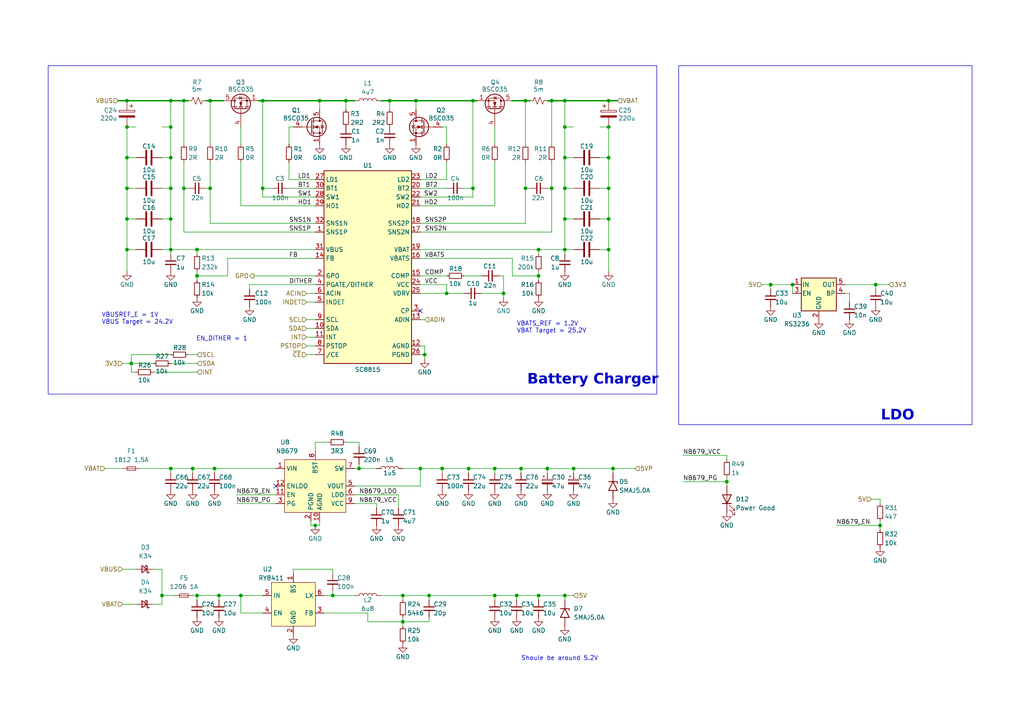
<source format=kicad_sch>
(kicad_sch (version 20231120) (generator "eeschema") (generator_version "8.0")
  (paper "A4")
  (junction (at 156.21 80.01))
  (junction (at 36.83 45.72))
  (junction (at 176.53 36.83))
  (junction (at 137.16 29.21))
  (junction (at 113.03 29.21))
  (junction (at 152.4 54.61))
  (junction (at 92.71 29.21))
  (junction (at 76.2 29.21))
  (junction (at 176.53 29.21))
  (junction (at 62.23 135.89))
  (junction (at 146.05 85.09))
  (junction (at 49.53 29.21))
  (junction (at 49.53 45.72))
  (junction (at 46.99 172.72))
  (junction (at 160.02 54.61))
  (junction (at 121.92 135.89))
  (junction (at 163.83 45.72))
  (junction (at 36.83 29.21))
  (junction (at 49.53 135.89))
  (junction (at 176.53 72.39))
  (junction (at 152.4 29.21))
  (junction (at 36.83 36.83))
  (junction (at 177.8 135.89))
  (junction (at 69.85 172.72))
  (junction (at 49.53 63.5))
  (junction (at 57.15 172.72))
  (junction (at 129.54 85.09))
  (junction (at 57.15 80.01))
  (junction (at 53.34 54.61))
  (junction (at 55.88 135.89))
  (junction (at 128.27 135.89))
  (junction (at 124.46 172.72))
  (junction (at 163.83 54.61))
  (junction (at 143.51 172.72))
  (junction (at 156.21 172.72))
  (junction (at 135.89 135.89))
  (junction (at 149.86 172.72))
  (junction (at 254 82.55))
  (junction (at 63.5 172.72))
  (junction (at 163.83 172.72))
  (junction (at 176.53 63.5))
  (junction (at 163.83 36.83))
  (junction (at 137.16 54.61))
  (junction (at 120.65 29.21))
  (junction (at 91.44 152.4))
  (junction (at 229.87 82.55))
  (junction (at 36.83 63.5))
  (junction (at 38.1 105.41))
  (junction (at 60.96 54.61))
  (junction (at 151.13 135.89))
  (junction (at 116.84 180.34))
  (junction (at 104.14 135.89))
  (junction (at 36.83 54.61))
  (junction (at 57.15 72.39))
  (junction (at 49.53 36.83))
  (junction (at 176.53 45.72))
  (junction (at 210.82 139.7))
  (junction (at 176.53 54.61))
  (junction (at 158.75 135.89))
  (junction (at 60.96 29.21))
  (junction (at 163.83 63.5))
  (junction (at 166.37 135.89))
  (junction (at 163.83 29.21))
  (junction (at 96.52 172.72))
  (junction (at 160.02 29.21))
  (junction (at 100.33 29.21))
  (junction (at 143.51 135.89))
  (junction (at 49.53 72.39))
  (junction (at 255.27 152.4))
  (junction (at 53.34 29.21))
  (junction (at 156.21 72.39))
  (junction (at 163.83 72.39))
  (junction (at 123.19 102.87))
  (junction (at 116.84 172.72))
  (junction (at 36.83 72.39))
  (junction (at 76.2 54.61))
  (junction (at 49.53 54.61))
  (junction (at 223.52 82.55))
  (no_connect (at 80.01 140.97))
  (no_connect (at 121.92 90.17))
  (wire (pts (xy 83.82 54.61) (xy 91.44 54.61)))
  (wire (pts (xy 139.7 80.01) (xy 134.62 80.01)))
  (wire (pts (xy 36.83 36.83) (xy 39.37 36.83)))
  (wire (pts (xy 88.9 100.33) (xy 91.44 100.33)))
  (wire (pts (xy 121.92 54.61) (xy 129.54 54.61)))
  (wire (pts (xy 59.69 29.21) (xy 60.96 29.21)) (stroke (width 0.4)))
  (wire (pts (xy 143.51 172.72) (xy 149.86 172.72)))
  (wire (pts (xy 116.84 180.34) (xy 124.46 180.34)))
  (wire (pts (xy 76.2 54.61) (xy 76.2 29.21)))
  (wire (pts (xy 148.59 80.01) (xy 148.59 74.93)))
  (wire (pts (xy 49.53 36.83) (xy 49.53 29.21)))
  (wire (pts (xy 62.23 135.89) (xy 80.01 135.89)))
  (wire (pts (xy 163.83 29.21) (xy 176.53 29.21)) (stroke (width 0.4)))
  (wire (pts (xy 59.69 54.61) (xy 60.96 54.61)))
  (wire (pts (xy 152.4 64.77) (xy 121.92 64.77)))
  (wire (pts (xy 176.53 72.39) (xy 176.53 63.5)))
  (wire (pts (xy 69.85 59.69) (xy 91.44 59.69)))
  (wire (pts (xy 73.66 80.01) (xy 91.44 80.01)))
  (wire (pts (xy 36.83 72.39) (xy 36.83 63.5)))
  (wire (pts (xy 83.82 36.83) (xy 85.09 36.83)))
  (wire (pts (xy 121.92 80.01) (xy 129.54 80.01)))
  (wire (pts (xy 121.92 92.71) (xy 123.19 92.71)))
  (wire (pts (xy 57.15 80.01) (xy 57.15 81.28)))
  (wire (pts (xy 137.16 29.21) (xy 138.43 29.21)) (stroke (width 0.4)))
  (wire (pts (xy 100.33 29.21) (xy 102.87 29.21)) (stroke (width 0.4)))
  (wire (pts (xy 113.03 29.21) (xy 120.65 29.21)) (stroke (width 0.4)))
  (wire (pts (xy 100.33 128.27) (xy 104.14 128.27)))
  (wire (pts (xy 158.75 135.89) (xy 166.37 135.89)))
  (wire (pts (xy 116.84 180.34) (xy 116.84 179.07)))
  (wire (pts (xy 76.2 57.15) (xy 76.2 54.61)))
  (wire (pts (xy 152.4 54.61) (xy 152.4 64.77)))
  (wire (pts (xy 116.84 135.89) (xy 121.92 135.89)))
  (wire (pts (xy 57.15 72.39) (xy 49.53 72.39)))
  (wire (pts (xy 46.99 45.72) (xy 49.53 45.72)))
  (wire (pts (xy 210.82 139.7) (xy 210.82 140.97)))
  (wire (pts (xy 76.2 29.21) (xy 92.71 29.21)) (stroke (width 0.4)))
  (wire (pts (xy 121.92 72.39) (xy 156.21 72.39)))
  (wire (pts (xy 176.53 45.72) (xy 173.99 45.72)))
  (wire (pts (xy 93.98 172.72) (xy 96.52 172.72)))
  (wire (pts (xy 109.22 146.05) (xy 109.22 147.32)))
  (wire (pts (xy 176.53 54.61) (xy 176.53 45.72)))
  (wire (pts (xy 229.87 82.55) (xy 229.87 85.09)))
  (wire (pts (xy 146.05 85.09) (xy 146.05 80.01)))
  (wire (pts (xy 120.65 29.21) (xy 137.16 29.21)) (stroke (width 0.4)))
  (wire (pts (xy 91.44 74.93) (xy 66.04 74.93)))
  (wire (pts (xy 163.83 45.72) (xy 163.83 36.83)))
  (wire (pts (xy 134.62 54.61) (xy 137.16 54.61)))
  (wire (pts (xy 60.96 54.61) (xy 60.96 64.77)))
  (wire (pts (xy 96.52 172.72) (xy 102.87 172.72)))
  (wire (pts (xy 149.86 172.72) (xy 149.86 173.99)))
  (wire (pts (xy 36.83 54.61) (xy 39.37 54.61)))
  (wire (pts (xy 54.61 29.21) (xy 53.34 29.21)) (stroke (width 0.4)))
  (wire (pts (xy 177.8 135.89) (xy 177.8 137.16)))
  (wire (pts (xy 83.82 52.07) (xy 91.44 52.07)))
  (wire (pts (xy 152.4 29.21) (xy 152.4 41.91)))
  (wire (pts (xy 49.53 135.89) (xy 55.88 135.89)))
  (wire (pts (xy 163.83 173.99) (xy 163.83 172.72)))
  (wire (pts (xy 156.21 80.01) (xy 148.59 80.01)))
  (wire (pts (xy 57.15 80.01) (xy 66.04 80.01)))
  (wire (pts (xy 166.37 45.72) (xy 163.83 45.72)))
  (wire (pts (xy 44.45 107.95) (xy 57.15 107.95)))
  (wire (pts (xy 245.11 82.55) (xy 254 82.55)))
  (wire (pts (xy 68.58 146.05) (xy 80.01 146.05)))
  (wire (pts (xy 146.05 86.36) (xy 146.05 85.09)))
  (wire (pts (xy 160.02 67.31) (xy 160.02 54.61)))
  (wire (pts (xy 148.59 74.93) (xy 121.92 74.93)))
  (wire (pts (xy 160.02 54.61) (xy 160.02 46.99)))
  (wire (pts (xy 53.34 54.61) (xy 54.61 54.61)))
  (wire (pts (xy 121.92 59.69) (xy 143.51 59.69)))
  (wire (pts (xy 49.53 45.72) (xy 49.53 54.61)))
  (wire (pts (xy 198.12 132.08) (xy 210.82 132.08)))
  (wire (pts (xy 255.27 152.4) (xy 255.27 153.67)))
  (wire (pts (xy 83.82 41.91) (xy 83.82 36.83)))
  (wire (pts (xy 129.54 85.09) (xy 134.62 85.09)))
  (wire (pts (xy 223.52 82.55) (xy 229.87 82.55)))
  (wire (pts (xy 69.85 172.72) (xy 69.85 177.8)))
  (wire (pts (xy 60.96 46.99) (xy 60.96 54.61)))
  (wire (pts (xy 143.51 172.72) (xy 143.51 173.99)))
  (wire (pts (xy 54.61 102.87) (xy 57.15 102.87)))
  (wire (pts (xy 60.96 29.21) (xy 60.96 41.91)))
  (wire (pts (xy 49.53 63.5) (xy 49.53 72.39)))
  (wire (pts (xy 53.34 67.31) (xy 53.34 54.61)))
  (wire (pts (xy 143.51 135.89) (xy 151.13 135.89)))
  (wire (pts (xy 85.09 165.1) (xy 96.52 165.1)))
  (wire (pts (xy 91.44 128.27) (xy 91.44 130.81)))
  (wire (pts (xy 139.7 85.09) (xy 146.05 85.09)))
  (wire (pts (xy 36.83 63.5) (xy 39.37 63.5)))
  (wire (pts (xy 55.88 172.72) (xy 57.15 172.72)))
  (wire (pts (xy 76.2 172.72) (xy 69.85 172.72)))
  (wire (pts (xy 88.9 92.71) (xy 91.44 92.71)))
  (wire (pts (xy 166.37 54.61) (xy 163.83 54.61)))
  (wire (pts (xy 245.11 85.09) (xy 246.38 85.09)))
  (wire (pts (xy 176.53 72.39) (xy 173.99 72.39)))
  (wire (pts (xy 92.71 152.4) (xy 92.71 151.13)))
  (wire (pts (xy 176.53 78.74) (xy 176.53 72.39)))
  (wire (pts (xy 255.27 146.05) (xy 255.27 144.78)))
  (wire (pts (xy 255.27 152.4) (xy 255.27 151.13)))
  (wire (pts (xy 149.86 172.72) (xy 156.21 172.72)))
  (wire (pts (xy 92.71 29.21) (xy 100.33 29.21)) (stroke (width 0.4)))
  (wire (pts (xy 121.92 85.09) (xy 129.54 85.09)))
  (wire (pts (xy 38.1 107.95) (xy 38.1 105.41)))
  (wire (pts (xy 121.92 135.89) (xy 121.92 140.97)))
  (wire (pts (xy 35.56 165.1) (xy 39.37 165.1)))
  (wire (pts (xy 95.25 128.27) (xy 91.44 128.27)))
  (wire (pts (xy 124.46 172.72) (xy 143.51 172.72)))
  (wire (pts (xy 143.51 59.69) (xy 143.51 46.99)))
  (wire (pts (xy 163.83 63.5) (xy 163.83 54.61)))
  (wire (pts (xy 123.19 100.33) (xy 123.19 102.87)))
  (wire (pts (xy 57.15 172.72) (xy 57.15 173.99)))
  (wire (pts (xy 49.53 72.39) (xy 49.53 73.66)))
  (wire (pts (xy 156.21 78.74) (xy 156.21 80.01)))
  (wire (pts (xy 104.14 128.27) (xy 104.14 129.54)))
  (wire (pts (xy 152.4 29.21) (xy 153.67 29.21)) (stroke (width 0.4)))
  (wire (pts (xy 143.51 36.83) (xy 143.51 41.91)))
  (wire (pts (xy 53.34 54.61) (xy 53.34 46.99)))
  (wire (pts (xy 30.48 135.89) (xy 35.56 135.89)))
  (wire (pts (xy 137.16 54.61) (xy 137.16 57.15)))
  (wire (pts (xy 166.37 63.5) (xy 163.83 63.5)))
  (wire (pts (xy 151.13 135.89) (xy 158.75 135.89)))
  (wire (pts (xy 44.45 165.1) (xy 46.99 165.1)))
  (wire (pts (xy 160.02 54.61) (xy 158.75 54.61)))
  (wire (pts (xy 176.53 63.5) (xy 176.53 54.61)))
  (wire (pts (xy 35.56 105.41) (xy 38.1 105.41)))
  (wire (pts (xy 137.16 29.21) (xy 137.16 54.61)))
  (wire (pts (xy 90.17 152.4) (xy 90.17 151.13)))
  (wire (pts (xy 116.84 172.72) (xy 116.84 173.99)))
  (wire (pts (xy 156.21 80.01) (xy 156.21 81.28)))
  (wire (pts (xy 36.83 45.72) (xy 39.37 45.72)))
  (wire (pts (xy 156.21 72.39) (xy 156.21 73.66)))
  (wire (pts (xy 102.87 146.05) (xy 109.22 146.05)))
  (wire (pts (xy 152.4 46.99) (xy 152.4 54.61)))
  (wire (pts (xy 116.84 172.72) (xy 124.46 172.72)))
  (wire (pts (xy 44.45 175.26) (xy 46.99 175.26)))
  (wire (pts (xy 163.83 54.61) (xy 163.83 45.72)))
  (wire (pts (xy 104.14 135.89) (xy 104.14 134.62)))
  (wire (pts (xy 36.83 63.5) (xy 36.83 54.61)))
  (wire (pts (xy 57.15 72.39) (xy 57.15 73.66)))
  (wire (pts (xy 96.52 172.72) (xy 96.52 171.45)))
  (wire (pts (xy 163.83 72.39) (xy 163.83 73.66)))
  (wire (pts (xy 176.53 36.83) (xy 173.99 36.83)))
  (wire (pts (xy 60.96 29.21) (xy 64.77 29.21)) (stroke (width 0.4)))
  (wire (pts (xy 69.85 46.99) (xy 69.85 59.69)))
  (wire (pts (xy 36.83 54.61) (xy 36.83 45.72)))
  (wire (pts (xy 116.84 181.61) (xy 116.84 180.34)))
  (wire (pts (xy 55.88 135.89) (xy 62.23 135.89)))
  (wire (pts (xy 242.57 152.4) (xy 255.27 152.4)))
  (wire (pts (xy 60.96 64.77) (xy 91.44 64.77)))
  (wire (pts (xy 85.09 166.37) (xy 85.09 165.1)))
  (wire (pts (xy 124.46 172.72) (xy 124.46 173.99)))
  (wire (pts (xy 102.87 135.89) (xy 104.14 135.89)))
  (wire (pts (xy 121.92 100.33) (xy 123.19 100.33)))
  (wire (pts (xy 210.82 132.08) (xy 210.82 133.35)))
  (wire (pts (xy 38.1 105.41) (xy 38.1 102.87)))
  (wire (pts (xy 88.9 95.25) (xy 91.44 95.25)))
  (wire (pts (xy 163.83 29.21) (xy 160.02 29.21)) (stroke (width 0.4)))
  (wire (pts (xy 69.85 36.83) (xy 69.85 41.91)))
  (wire (pts (xy 92.71 29.21) (xy 92.71 31.75)))
  (wire (pts (xy 166.37 36.83) (xy 163.83 36.83)))
  (wire (pts (xy 100.33 29.21) (xy 100.33 31.75)))
  (wire (pts (xy 91.44 72.39) (xy 57.15 72.39)))
  (wire (pts (xy 83.82 46.99) (xy 83.82 52.07)))
  (wire (pts (xy 254 82.55) (xy 257.81 82.55)))
  (wire (pts (xy 123.19 102.87) (xy 123.19 104.14)))
  (wire (pts (xy 88.9 102.87) (xy 91.44 102.87)))
  (wire (pts (xy 46.99 165.1) (xy 46.99 172.72)))
  (wire (pts (xy 35.56 175.26) (xy 39.37 175.26)))
  (wire (pts (xy 36.83 72.39) (xy 39.37 72.39)))
  (wire (pts (xy 34.29 29.21) (xy 36.83 29.21)) (stroke (width 0.4)))
  (wire (pts (xy 254 82.55) (xy 254 83.82)))
  (wire (pts (xy 146.05 80.01) (xy 144.78 80.01)))
  (wire (pts (xy 93.98 177.8) (xy 106.68 177.8)))
  (wire (pts (xy 91.44 152.4) (xy 90.17 152.4)))
  (wire (pts (xy 156.21 172.72) (xy 163.83 172.72)))
  (wire (pts (xy 176.53 29.21) (xy 179.07 29.21)) (stroke (width 0.4)))
  (wire (pts (xy 156.21 72.39) (xy 163.83 72.39)))
  (wire (pts (xy 91.44 67.31) (xy 53.34 67.31)))
  (wire (pts (xy 163.83 172.72) (xy 166.37 172.72)))
  (wire (pts (xy 55.88 135.89) (xy 55.88 137.16)))
  (wire (pts (xy 121.92 135.89) (xy 128.27 135.89)))
  (wire (pts (xy 110.49 29.21) (xy 113.03 29.21)) (stroke (width 0.4)))
  (wire (pts (xy 166.37 135.89) (xy 166.37 137.16)))
  (wire (pts (xy 102.87 140.97) (xy 121.92 140.97)))
  (wire (pts (xy 124.46 180.34) (xy 124.46 179.07)))
  (wire (pts (xy 220.98 82.55) (xy 223.52 82.55)))
  (wire (pts (xy 163.83 72.39) (xy 163.83 63.5)))
  (wire (pts (xy 49.53 135.89) (xy 49.53 137.16)))
  (wire (pts (xy 113.03 29.21) (xy 113.03 31.75)))
  (wire (pts (xy 53.34 29.21) (xy 53.34 41.91)))
  (wire (pts (xy 223.52 83.82) (xy 223.52 82.55)))
  (wire (pts (xy 49.53 29.21) (xy 53.34 29.21)) (stroke (width 0.4)))
  (wire (pts (xy 66.04 74.93) (xy 66.04 80.01)))
  (wire (pts (xy 135.89 135.89) (xy 135.89 137.16)))
  (wire (pts (xy 46.99 172.72) (xy 50.8 172.72)))
  (wire (pts (xy 68.58 143.51) (xy 80.01 143.51)))
  (wire (pts (xy 121.92 67.31) (xy 160.02 67.31)))
  (wire (pts (xy 72.39 83.82) (xy 72.39 82.55)))
  (wire (pts (xy 38.1 102.87) (xy 49.53 102.87)))
  (wire (pts (xy 36.83 45.72) (xy 36.83 36.83)))
  (wire (pts (xy 39.37 107.95) (xy 38.1 107.95)))
  (wire (pts (xy 91.44 57.15) (xy 76.2 57.15)))
  (wire (pts (xy 121.92 57.15) (xy 137.16 57.15)))
  (wire (pts (xy 129.54 52.07) (xy 121.92 52.07)))
  (wire (pts (xy 36.83 78.74) (xy 36.83 72.39)))
  (wire (pts (xy 160.02 29.21) (xy 160.02 41.91)))
  (wire (pts (xy 177.8 135.89) (xy 184.15 135.89)))
  (wire (pts (xy 198.12 139.7) (xy 210.82 139.7)))
  (wire (pts (xy 104.14 135.89) (xy 109.22 135.89)))
  (wire (pts (xy 96.52 165.1) (xy 96.52 166.37)))
  (wire (pts (xy 63.5 172.72) (xy 69.85 172.72)))
  (wire (pts (xy 255.27 144.78) (xy 252.73 144.78)))
  (wire (pts (xy 46.99 63.5) (xy 49.53 63.5)))
  (wire (pts (xy 176.53 63.5) (xy 173.99 63.5)))
  (wire (pts (xy 128.27 135.89) (xy 135.89 135.89)))
  (wire (pts (xy 163.83 36.83) (xy 163.83 29.21)))
  (wire (pts (xy 129.54 46.99) (xy 129.54 52.07)))
  (wire (pts (xy 46.99 175.26) (xy 46.99 172.72)))
  (wire (pts (xy 148.59 29.21) (xy 152.4 29.21)) (stroke (width 0.4)))
  (wire (pts (xy 156.21 172.72) (xy 156.21 173.99)))
  (wire (pts (xy 143.51 135.89) (xy 143.51 137.16)))
  (wire (pts (xy 38.1 105.41) (xy 44.45 105.41)))
  (wire (pts (xy 158.75 29.21) (xy 160.02 29.21)) (stroke (width 0.4)))
  (wire (pts (xy 158.75 135.89) (xy 158.75 137.16)))
  (wire (pts (xy 36.83 29.21) (xy 49.53 29.21)) (stroke (width 0.4)))
  (wire (pts (xy 246.38 85.09) (xy 246.38 87.63)))
  (wire (pts (xy 121.92 82.55) (xy 129.54 82.55)))
  (wire (pts (xy 49.53 54.61) (xy 49.53 63.5)))
  (wire (pts (xy 49.53 36.83) (xy 49.53 45.72)))
  (wire (pts (xy 129.54 85.09) (xy 129.54 82.55)))
  (wire (pts (xy 102.87 143.51) (xy 115.57 143.51)))
  (wire (pts (xy 153.67 54.61) (xy 152.4 54.61)))
  (wire (pts (xy 57.15 78.74) (xy 57.15 80.01)))
  (wire (pts (xy 40.64 135.89) (xy 49.53 135.89)))
  (wire (pts (xy 176.53 54.61) (xy 173.99 54.61)))
  (wire (pts (xy 46.99 72.39) (xy 49.53 72.39)))
  (wire (pts (xy 46.99 36.83) (xy 49.53 36.83)))
  (wire (pts (xy 166.37 135.89) (xy 177.8 135.89)))
  (wire (pts (xy 49.53 105.41) (xy 57.15 105.41)))
  (wire (pts (xy 76.2 54.61) (xy 78.74 54.61)))
  (wire (pts (xy 115.57 147.32) (xy 115.57 143.51)))
  (wire (pts (xy 72.39 82.55) (xy 91.44 82.55)))
  (wire (pts (xy 106.68 177.8) (xy 106.68 180.34)))
  (wire (pts (xy 91.44 152.4) (xy 92.71 152.4)))
  (wire (pts (xy 106.68 180.34) (xy 116.84 180.34)))
  (wire (pts (xy 128.27 135.89) (xy 128.27 137.16)))
  (wire (pts (xy 151.13 135.89) (xy 151.13 137.16)))
  (wire (pts (xy 129.54 41.91) (xy 129.54 36.83)))
  (wire (pts (xy 46.99 54.61) (xy 49.53 54.61)))
  (wire (pts (xy 57.15 172.72) (xy 63.5 172.72)))
  (wire (pts (xy 74.93 29.21) (xy 76.2 29.21)) (stroke (width 0.4)))
  (wire (pts (xy 176.53 45.72) (xy 176.53 36.83)))
  (wire (pts (xy 88.9 97.79) (xy 91.44 97.79)))
  (wire (pts (xy 166.37 72.39) (xy 163.83 72.39)))
  (wire (pts (xy 135.89 135.89) (xy 143.51 135.89)))
  (wire (pts (xy 123.19 102.87) (xy 121.92 102.87)))
  (wire (pts (xy 63.5 172.72) (xy 63.5 173.99)))
  (wire (pts (xy 62.23 135.89) (xy 62.23 137.16)))
  (wire (pts (xy 110.49 172.72) (xy 116.84 172.72)))
  (wire (pts (xy 120.65 29.21) (xy 120.65 31.75)))
  (wire (pts (xy 129.54 36.83) (xy 128.27 36.83)))
  (wire (pts (xy 88.9 85.09) (xy 91.44 85.09)))
  (wire (pts (xy 210.82 139.7) (xy 210.82 138.43)))
  (wire (pts (xy 69.85 177.8) (xy 76.2 177.8)))
  (wire (pts (xy 88.9 87.63) (xy 91.44 87.63)))
  (rectangle (start 196.85 19.05) (end 281.94 123.19))
  (rectangle (start 13.97 19.05) (end 190.5 114.3))
  (text "LDO" (at 260.35 121.412 0) (effects (font (size 3 3) (thickness 0.6) (bold yes))))
  (text "VBATS_REF = 1.2V\nVBAT Target = 25.2V" (at 149.86 96.774 0) (effects (font (size 1.27 1.27)) (justify left bottom)))
  (text "EN_DITHER = 1" (at 56.896 99.06 0) (effects (font (size 1.27 1.27)) (justify left bottom)))
  (text "VBUSREF_E = 1V\nVBUS Target = 24.2V" (at 29.464 94.234 0) (effects (font (size 1.27 1.27)) (justify left bottom)))
  (text "Battery Charger" (at 171.958 110.998 0) (effects (font (size 3 3) (thickness 0.6) (bold yes))))
  (text "Shoule be around 5.2V" (at 151.13 191.77 0) (effects (font (size 1.27 1.27)) (justify left bottom)))
  (label "COMP" (at 123.19 80.01 0))
  (label "HD2" (at 127 59.69 180))
  (label "LD1" (at 86.36 52.07 0))
  (label "SW2" (at 127 57.15 180))
  (label "SNS1P" (at 83.82 67.31 0))
  (label "NB679_PG" (at 68.58 146.05 0))
  (label "SNS2P" (at 123.19 64.77 0))
  (label "BT2" (at 127 54.61 180))
  (label "NB679_EN" (at 68.58 143.51 0))
  (label "SNS2N" (at 123.19 67.31 0))
  (label "FB" (at 83.82 74.93 0))
  (label "LD2" (at 127 52.07 180))
  (label "NB679_PG" (at 198.12 139.7 0))
  (label "NB679_VCC" (at 104.14 146.05 0))
  (label "SNS1N" (at 83.82 64.77 0))
  (label "HD1" (at 86.36 59.69 0))
  (label "NB679_EN" (at 242.57 152.4 0))
  (label "SW1" (at 86.36 57.15 0))
  (label "BT1" (at 86.36 54.61 0))
  (label "VCC" (at 123.19 82.55 0))
  (label "VBATS" (at 123.19 74.93 0))
  (label "NB679_LDO" (at 104.14 143.51 0))
  (label "NB679_VCC" (at 198.12 132.08 0))
  (label "DITHER" (at 83.82 82.55 0))
  (hierarchical_label "VBUS" (shape input) (at 34.29 29.21 180))
  (hierarchical_label "3V3" (shape input) (at 257.81 82.55 0))
  (hierarchical_label "ACIN" (shape input) (at 88.9 85.09 180))
  (hierarchical_label "3V3" (shape input) (at 35.56 105.41 180))
  (hierarchical_label "SCL" (shape input) (at 88.9 92.71 180))
  (hierarchical_label "SCL" (shape input) (at 57.15 102.87 0))
  (hierarchical_label "PSTOP" (shape input) (at 88.9 100.33 180))
  (hierarchical_label "5VP" (shape input) (at 184.15 135.89 0))
  (hierarchical_label "INT" (shape input) (at 57.15 107.95 0))
  (hierarchical_label "SDA" (shape input) (at 57.15 105.41 0))
  (hierarchical_label "5V" (shape input) (at 252.73 144.78 180))
  (hierarchical_label "INT" (shape input) (at 88.9 97.79 180))
  (hierarchical_label "VBAT" (shape input) (at 35.56 175.26 180))
  (hierarchical_label "~{CE}" (shape input) (at 88.9 102.87 180))
  (hierarchical_label "VBUS" (shape input) (at 35.56 165.1 180))
  (hierarchical_label "5V" (shape input) (at 220.98 82.55 180))
  (hierarchical_label "VBAT" (shape input) (at 30.48 135.89 180))
  (hierarchical_label "VBAT" (shape input) (at 179.07 29.21 0))
  (hierarchical_label "ADIN" (shape input) (at 123.19 92.71 0))
  (hierarchical_label "5V" (shape input) (at 166.37 172.72 0))
  (hierarchical_label "INDET" (shape input) (at 88.9 87.63 180))
  (hierarchical_label "SDA" (shape input) (at 88.9 95.25 180))
  (hierarchical_label "GPO" (shape output) (at 73.66 80.01 180))
  (symbol (lib_id "Device:C_Small") (at 57.15 176.53 0) (unit 1)
    (property "Reference" "C26" (at 58.42 175.26 0) (effects (justify left)))
    (property "Value" "10u" (at 58.42 177.8 0) (effects (justify left)))
    (property "Footprint" "Capacitor_SMD:C_1206_3216Metric" (effects (hide yes)))
  )
  (symbol (lib_id "power:GND") (at 36.83 78.74 0) (unit 1)
    (property "Reference" "#PWR013" (effects (hide yes)))
    (property "Value" "GND" (at 36.83 82.55 0))
    (property "Description" "Power symbol creates a global label with name \"GND\" , ground" (effects (hide yes)))
  )
  (symbol (lib_id "Device:C_Small") (at 156.21 176.53 0) (unit 1)
    (property "Reference" "C35" (at 157.48 175.26 0) (effects (justify left)))
    (property "Value" "10u" (at 157.48 177.8 0) (effects (justify left)))
    (property "Footprint" "Capacitor_SMD:C_1206_3216Metric" (effects (hide yes)))
  )
  (symbol (lib_id "Device:C_Small") (at 142.24 80.01 90) (unit 1)
    (property "Reference" "C11" (at 144.018 77.216 90) (effects (justify left)))
    (property "Value" "22n" (at 144.018 82.804 90) (effects (justify left)))
    (property "Footprint" "Capacitor_SMD:C_0603_1608Metric" (effects (hide yes)))
    (property "Description" "Unpolarized capacitor, small symbol" (effects (hide yes)))
  )
  (symbol (lib_id "power:GND") (at 176.53 78.74 0) (mirror y) (unit 1)
    (property "Reference" "#PWR014" (effects (hide yes)))
    (property "Value" "GND" (at 176.53 82.55 0))
    (property "Description" "Power symbol creates a global label with name \"GND\" , ground" (effects (hide yes)))
  )
  (symbol (lib_id "power:GND") (at 100.33 41.91 0) (unit 1)
    (property "Reference" "#PWR03" (effects (hide yes)))
    (property "Value" "GND" (at 100.33 45.72 0))
    (property "Description" "Power symbol creates a global label with name \"GND\" , ground" (effects (hide yes)))
  )
  (symbol (lib_id "power:GND") (at 156.21 86.36 0) (mirror y) (unit 1)
    (property "Reference" "#PWR010" (effects (hide yes)))
    (property "Value" "GND" (at 156.21 90.17 0))
    (property "Description" "Power symbol creates a global label with name \"GND\" , ground" (effects (hide yes)))
  )
  (symbol (lib_id "Device:C_Small") (at 109.22 149.86 0) (unit 1)
    (property "Reference" "C70" (at 110.49 148.59 0) (effects (justify left)))
    (property "Value" "1u" (at 110.49 151.13 0) (effects (justify left)))
    (property "Footprint" "Capacitor_SMD:C_0603_1608Metric" (effects (hide yes)))
  )
  (symbol (lib_id "Transistor_FET:BSC070N10NS5") (at 69.85 31.75 90) (unit 1)
    (property "Reference" "Q3" (at 71.12 23.876 90) (effects (justify left)))
    (property "Value" "BSC035" (at 73.66 25.908 90) (effects (justify left)))
    (property "Footprint" "Package_TO_SOT_SMD:TDSON-8-1" (effects (hide yes)))
    (property "Datasheet" "http://www.infineon.com/dgdl/Infineon-BSC070N10NS5-DS-v02_01-EN.pdf?fileId=5546d4624a0bf290014a0fc62d9d6b3c" (effects (hide yes)))
    (property "Description" "80A Id, 100V Vds, OptiMOS N-Channel Power MOSFET, 7.0mOhm Ron, Qg (typ) 30.0nC, PG-TDSON-8" (effects (hide yes)))
  )
  (symbol (lib_id "power:GND") (at 158.75 142.24 0) (unit 1)
    (property "Reference" "#PWR021" (effects (hide yes)))
    (property "Value" "GND" (at 158.75 146.05 0))
  )
  (symbol (lib_id "Device:R_Small") (at 100.33 34.29 0) (unit 1)
    (property "Reference" "R3" (at 101.6 33.02 0) (effects (justify left)))
    (property "Value" "2R2" (at 101.6 35.56 0) (effects (justify left)))
    (property "Footprint" "Resistor_SMD:R_0603_1608Metric" (effects (hide yes)))
    (property "Description" "Resistor, small symbol" (effects (hide yes)))
  )
  (symbol (lib_id "Device:C_Small") (at 72.39 86.36 0) (unit 1)
    (property "Reference" "C12" (at 73.914 85.09 0) (effects (justify left)))
    (property "Value" "100n" (at 73.914 87.63 0) (effects (justify left)))
    (property "Footprint" "Capacitor_SMD:C_0603_1608Metric" (effects (hide yes)))
    (property "Description" "Unpolarized capacitor, small symbol" (effects (hide yes)))
  )
  (symbol (lib_id "Device:R_Small") (at 69.85 44.45 0) (unit 1)
    (property "Reference" "R5" (at 71.12 43.18 0) (effects (justify left)))
    (property "Value" "0R" (at 71.12 45.72 0) (effects (justify left)))
    (property "Footprint" "Resistor_SMD:R_0603_1608Metric" (effects (hide yes)))
    (property "Description" "Resistor, small symbol" (effects (hide yes)))
  )
  (symbol (lib_id "Transistor_FET:BSC070N10NS5") (at 143.51 31.75 270) (mirror x) (unit 1)
    (property "Reference" "Q4" (at 142.24 23.876 90) (effects (justify left)))
    (property "Value" "BSC035" (at 139.7 25.908 90) (effects (justify left)))
    (property "Footprint" "Package_TO_SOT_SMD:TDSON-8-1" (effects (hide yes)))
    (property "Datasheet" "http://www.infineon.com/dgdl/Infineon-BSC070N10NS5-DS-v02_01-EN.pdf?fileId=5546d4624a0bf290014a0fc62d9d6b3c" (effects (hide yes)))
    (property "Description" "80A Id, 100V Vds, OptiMOS N-Channel Power MOSFET, 7.0mOhm Ron, Qg (typ) 30.0nC, PG-TDSON-8" (effects (hide yes)))
  )
  (symbol (lib_id "Device:R_Small") (at 160.02 44.45 0) (mirror y) (unit 1)
    (property "Reference" "R11" (at 158.75 43.18 0) (effects (justify left)))
    (property "Value" "2R" (at 158.75 45.72 0) (effects (justify left)))
    (property "Footprint" "Resistor_SMD:R_0603_1608Metric" (effects (hide yes)))
    (property "Description" "Resistor, small symbol" (effects (hide yes)))
  )
  (symbol (lib_id "power:GND") (at 149.86 179.07 0) (unit 1)
    (property "Reference" "#PWR024" (effects (hide yes)))
    (property "Value" "GND" (at 149.86 182.88 0))
  )
  (symbol (lib_id "Device:C_Small") (at 156.21 54.61 270) (mirror x) (unit 1)
    (property "Reference" "C6" (at 154.94 51.816 90) (effects (justify left)))
    (property "Value" "22n" (at 154.178 57.404 90) (effects (justify left)))
    (property "Footprint" "Capacitor_SMD:C_0603_1608Metric" (effects (hide yes)))
    (property "Description" "Unpolarized capacitor, small symbol" (effects (hide yes)))
  )
  (symbol (lib_id "power:GND") (at 156.21 179.07 0) (unit 1)
    (property "Reference" "#PWR025" (effects (hide yes)))
    (property "Value" "GND" (at 156.21 182.88 0))
  )
  (symbol (lib_id "power:GND") (at 116.84 186.69 0) (unit 1)
    (property "Reference" "#PWR020" (effects (hide yes)))
    (property "Value" "GND" (at 116.84 190.5 0))
  )
  (symbol (lib_id "Device:R_Small") (at 116.84 176.53 0) (unit 1)
    (property "Reference" "R24" (at 118.11 175.26 0) (effects (justify left)))
    (property "Value" "54k6" (at 118.11 177.8 0) (effects (justify left)))
    (property "Footprint" "Resistor_SMD:R_0603_1608Metric" (effects (hide yes)))
  )
  (symbol (lib_id "Device:C_Small") (at 135.89 139.7 0) (unit 1)
    (property "Reference" "C74" (at 137.16 138.43 0) (effects (justify left)))
    (property "Value" "22u" (at 137.16 140.97 0) (effects (justify left)))
    (property "Footprint" "Capacitor_SMD:C_1206_3216Metric" (effects (hide yes)))
  )
  (symbol (lib_id "power:GND") (at 146.05 86.36 0) (unit 1)
    (property "Reference" "#PWR09" (effects (hide yes)))
    (property "Value" "GND" (at 146.05 90.17 0))
    (property "Description" "Power symbol creates a global label with name \"GND\" , ground" (effects (hide yes)))
  )
  (symbol (lib_id "Device:C_Small") (at 100.33 39.37 0) (unit 1)
    (property "Reference" "C1" (at 101.854 38.1 0) (effects (justify left)))
    (property "Value" "1n" (at 101.854 40.64 0) (effects (justify left)))
    (property "Footprint" "Capacitor_SMD:C_0603_1608Metric" (effects (hide yes)))
    (property "Description" "Unpolarized capacitor, small symbol" (effects (hide yes)))
  )
  (symbol (lib_id "power:GND") (at 123.19 104.14 0) (unit 1)
    (property "Reference" "#PWR011" (effects (hide yes)))
    (property "Value" "GND" (at 123.19 107.95 0))
    (property "Description" "Power symbol creates a global label with name \"GND\" , ground" (effects (hide yes)))
  )
  (symbol (lib_id "Device:Fuse_Small") (at 53.34 172.72 0) (unit 1)
    (property "Reference" "F5" (at 53.34 167.64 0))
    (property "Value" "1206 1A" (at 53.34 170.18 0))
    (property "Footprint" "Fuse:Fuse_1206_3216Metric" (effects (hide yes)))
    (property "Description" "Fuse, small symbol" (effects (hide yes)))
  )
  (symbol (lib_id "Device:R_Small") (at 41.91 107.95 90) (mirror x) (unit 1)
    (property "Reference" "R26" (at 43.942 105.918 90) (effects (justify left)))
    (property "Value" "10k" (at 43.688 110.236 90) (effects (justify left)))
    (property "Footprint" "Resistor_SMD:R_0603_1608Metric" (effects (hide yes)))
    (property "Description" "Resistor, small symbol" (effects (hide yes)))
  )
  (symbol (lib_id "Device:R_Small") (at 46.99 105.41 90) (mirror x) (unit 1)
    (property "Reference" "R27" (at 49.022 103.378 90) (effects (justify left)))
    (property "Value" "10k" (at 48.768 107.696 90) (effects (justify left)))
    (property "Footprint" "Resistor_SMD:R_0603_1608Metric" (effects (hide yes)))
    (property "Description" "Resistor, small symbol" (effects (hide yes)))
  )
  (symbol (lib_id "power:GND") (at 151.13 142.24 0) (unit 1)
    (property "Reference" "#PWR095" (effects (hide yes)))
    (property "Value" "GND" (at 151.13 146.05 0))
  )
  (symbol (lib_id "power:GND") (at 163.83 181.61 0) (unit 1)
    (property "Reference" "#PWR026" (effects (hide yes)))
    (property "Value" "GND" (at 163.83 185.42 0))
  )
  (symbol (lib_id "Device:C_Small") (at 49.53 76.2 0) (unit 1)
    (property "Reference" "C7" (at 51.054 74.93 0) (effects (justify left)))
    (property "Value" "1u" (at 51.054 77.47 0) (effects (justify left)))
    (property "Footprint" "Capacitor_SMD:C_0603_1608Metric" (effects (hide yes)))
    (property "Description" "Unpolarized capacitor, small symbol" (effects (hide yes)))
  )
  (symbol (lib_id "AEX7 DC-DC:NB679") (at 91.44 129.54 0) (unit 1)
    (property "Reference" "U8" (at 81.28 128.27 0) (effects (justify left)))
    (property "Value" "NB679" (at 80.01 130.81 0) (effects (justify left)))
    (property "Footprint" "AEX7 Others:QFN-12 2x3mm (NB679)" (effects (hide yes)))
  )
  (symbol (lib_id "Device:C") (at 43.18 63.5 90) (unit 1)
    (property "Reference" "C16" (at 43.18 60.198 90))
    (property "Value" "10u" (at 43.18 67.056 90))
    (property "Footprint" "Capacitor_SMD:C_1206_3216Metric" (effects (hide yes)))
    (property "Description" "Unpolarized capacitor" (effects (hide yes)))
  )
  (symbol (lib_id "power:GND") (at 109.22 152.4 0) (unit 1)
    (property "Reference" "#PWR089" (effects (hide yes)))
    (property "Value" "GND" (at 109.22 156.21 0))
  )
  (symbol (lib_id "power:GND") (at 55.88 142.24 0) (unit 1)
    (property "Reference" "#PWR086" (effects (hide yes)))
    (property "Value" "GND" (at 55.88 146.05 0))
  )
  (symbol (lib_id "Device:C_Small") (at 246.38 90.17 0) (unit 1)
    (property "Reference" "C39" (at 247.65 88.9 0) (effects (justify left)))
    (property "Value" "10n" (at 247.65 91.44 0) (effects (justify left)))
    (property "Footprint" "Capacitor_SMD:C_0603_1608Metric" (effects (hide yes)))
  )
  (symbol (lib_id "Device:C_Polarized_Small") (at 166.37 139.7 0) (unit 1)
    (property "Reference" "C36" (at 167.64 138.43 0) (effects (justify left)))
    (property "Value" "47u" (at 167.64 140.97 0) (effects (justify left)))
    (property "Footprint" "Capacitor_Tantalum_SMD:CP_EIA-7343-15_Kemet-W" (effects (hide yes)))
  )
  (symbol (lib_id "RM24:SY8301") (at 85.09 175.26 0) (unit 1)
    (property "Reference" "U2" (at 76.2 165.1 0) (effects (justify left)))
    (property "Value" "RY8411" (at 74.93 167.64 0) (effects (justify left)))
    (property "Footprint" "Package_TO_SOT_SMD:SOT-23-6" (effects (hide yes)))
  )
  (symbol (lib_id "Device:R_Small") (at 210.82 135.89 0) (unit 1)
    (property "Reference" "R49" (at 212.09 134.62 0) (effects (justify left)))
    (property "Value" "1k" (at 212.09 137.16 0) (effects (justify left)))
    (property "Footprint" "Resistor_SMD:R_0603_1608Metric" (effects (hide yes)))
  )
  (symbol (lib_id "power:GND") (at 113.03 41.91 0) (unit 1)
    (property "Reference" "#PWR04" (effects (hide yes)))
    (property "Value" "GND" (at 113.03 45.72 0))
    (property "Description" "Power symbol creates a global label with name \"GND\" , ground" (effects (hide yes)))
  )
  (symbol (lib_id "power:GND") (at 166.37 142.24 0) (unit 1)
    (property "Reference" "#PWR027" (effects (hide yes)))
    (property "Value" "GND" (at 166.37 146.05 0))
  )
  (symbol (lib_id "power:GND") (at 72.39 88.9 0) (mirror y) (unit 1)
    (property "Reference" "#PWR012" (effects (hide yes)))
    (property "Value" "GND" (at 72.39 92.71 0))
    (property "Description" "Power symbol creates a global label with name \"GND\" , ground" (effects (hide yes)))
  )
  (symbol (lib_id "AEX7 DC-DC:SC8815") (at 106.68 54.61 0) (unit 1)
    (property "Reference" "U1" (at 106.68 48.006 0))
    (property "Value" "SC8815" (at 106.68 107.188 0))
    (property "Footprint" "Package_DFN_QFN:QFN-32-1EP_4x4mm_P0.4mm_EP2.65x2.65mm" (effects (hide yes)))
  )
  (symbol (lib_id "Device:R_Small") (at 57.15 83.82 0) (unit 1)
    (property "Reference" "R14" (at 58.42 82.55 0) (effects (justify left)))
    (property "Value" "10k" (at 58.42 85.09 0) (effects (justify left)))
    (property "Footprint" "Resistor_SMD:R_0603_1608Metric" (effects (hide yes)))
    (property "Description" "Resistor, small symbol" (effects (hide yes)))
  )
  (symbol (lib_id "Device:C_Small") (at 104.14 132.08 0) (unit 1)
    (property "Reference" "C69" (at 105.41 130.81 0) (effects (justify left)))
    (property "Value" "220n" (at 105.41 133.35 0) (effects (justify left)))
    (property "Footprint" "Capacitor_SMD:C_0603_1608Metric" (effects (hide yes)))
  )
  (symbol (lib_id "Device:R_Small") (at 255.27 156.21 0) (unit 1)
    (property "Reference" "R32" (at 256.54 154.94 0) (effects (justify left)))
    (property "Value" "10k" (at 256.54 157.48 0) (effects (justify left)))
    (property "Footprint" "Resistor_SMD:R_0603_1608Metric" (effects (hide yes)))
  )
  (symbol (lib_id "Device:R_Small_US") (at 57.15 29.21 90) (unit 1)
    (property "Reference" "R7" (at 57.15 23.876 90))
    (property "Value" "5m" (at 57.15 25.908 90))
    (property "Footprint" "Resistor_SMD:R_1206_3216Metric" (effects (hide yes)))
    (property "Description" "Resistor, small US symbol" (effects (hide yes)))
  )
  (symbol (lib_id "power:GND") (at 63.5 179.07 0) (unit 1)
    (property "Reference" "#PWR018" (effects (hide yes)))
    (property "Value" "GND" (at 63.5 182.88 0))
  )
  (symbol (lib_id "power:GND") (at 210.82 148.59 0) (unit 1)
    (property "Reference" "#PWR097" (effects (hide yes)))
    (property "Value" "GND" (at 210.82 152.4 0))
  )
  (symbol (lib_id "Transistor_FET:BSC070N10NS5") (at 123.19 36.83 0) (mirror y) (unit 1)
    (property "Reference" "Q2" (at 129.286 32.004 0) (effects (justify left)))
    (property "Value" "BSC035" (at 131.826 34.29 0) (effects (justify left)))
    (property "Footprint" "Package_TO_SOT_SMD:TDSON-8-1" (effects (hide yes)))
    (property "Datasheet" "http://www.infineon.com/dgdl/Infineon-BSC070N10NS5-DS-v02_01-EN.pdf?fileId=5546d4624a0bf290014a0fc62d9d6b3c" (effects (hide yes)))
    (property "Description" "80A Id, 100V Vds, OptiMOS N-Channel Power MOSFET, 7.0mOhm Ron, Qg (typ) 30.0nC, PG-TDSON-8" (effects (hide yes)))
  )
  (symbol (lib_id "power:GND") (at 49.53 142.24 0) (unit 1)
    (property "Reference" "#PWR085" (effects (hide yes)))
    (property "Value" "GND" (at 49.53 146.05 0))
  )
  (symbol (lib_id "Device:C_Small") (at 57.15 54.61 90) (unit 1)
    (property "Reference" "C5" (at 58.42 51.816 90) (effects (justify left)))
    (property "Value" "22n" (at 59.182 57.404 90) (effects (justify left)))
    (property "Footprint" "Capacitor_SMD:C_0603_1608Metric" (effects (hide yes)))
    (property "Description" "Unpolarized capacitor, small symbol" (effects (hide yes)))
  )
  (symbol (lib_id "Device:C_Small") (at 163.83 76.2 0) (mirror y) (unit 1)
    (property "Reference" "C8" (at 162.306 74.93 0) (effects (justify left)))
    (property "Value" "1u" (at 162.306 77.47 0) (effects (justify left)))
    (property "Footprint" "Capacitor_SMD:C_0603_1608Metric" (effects (hide yes)))
    (property "Description" "Unpolarized capacitor, small symbol" (effects (hide yes)))
  )
  (symbol (lib_id "Device:C_Small") (at 115.57 149.86 0) (unit 1)
    (property "Reference" "C71" (at 116.84 148.59 0) (effects (justify left)))
    (property "Value" "4u7" (at 116.84 151.13 0) (effects (justify left)))
    (property "Footprint" "Capacitor_SMD:C_0603_1608Metric" (effects (hide yes)))
  )
  (symbol (lib_id "Device:R_Small") (at 129.54 44.45 0) (mirror y) (unit 1)
    (property "Reference" "R2" (at 128.27 43.18 0) (effects (justify left)))
    (property "Value" "0R" (at 128.27 45.72 0) (effects (justify left)))
    (property "Footprint" "Resistor_SMD:R_0603_1608Metric" (effects (hide yes)))
    (property "Description" "Resistor, small symbol" (effects (hide yes)))
  )
  (symbol (lib_id "Device:R_Small") (at 53.34 44.45 0) (unit 1)
    (property "Reference" "R9" (at 54.61 43.18 0) (effects (justify left)))
    (property "Value" "2R" (at 54.61 45.72 0) (effects (justify left)))
    (property "Footprint" "Resistor_SMD:R_0603_1608Metric" (effects (hide yes)))
    (property "Description" "Resistor, small symbol" (effects (hide yes)))
  )
  (symbol (lib_id "Device:R_Small") (at 97.79 128.27 90) (unit 1)
    (property "Reference" "R48" (at 97.79 125.73 90))
    (property "Value" "3R3" (at 97.79 130.81 90))
    (property "Footprint" "Resistor_SMD:R_0603_1608Metric" (effects (hide yes)))
  )
  (symbol (lib_id "Device:C_Small") (at 143.51 176.53 0) (unit 1)
    (property "Reference" "C32" (at 144.78 175.26 0) (effects (justify left)))
    (property "Value" "10u" (at 144.78 177.8 0) (effects (justify left)))
    (property "Footprint" "Capacitor_SMD:C_1206_3216Metric" (effects (hide yes)))
  )
  (symbol (lib_id "power:GND") (at 57.15 86.36 0) (unit 1)
    (property "Reference" "#PWR05" (effects (hide yes)))
    (property "Value" "GND" (at 57.15 90.17 0))
    (property "Description" "Power symbol creates a global label with name \"GND\" , ground" (effects (hide yes)))
  )
  (symbol (lib_id "power:GND") (at 62.23 142.24 0) (unit 1)
    (property "Reference" "#PWR087" (effects (hide yes)))
    (property "Value" "GND" (at 62.23 146.05 0))
  )
  (symbol (lib_id "Device:C_Small") (at 132.08 54.61 90) (unit 1)
    (property "Reference" "C4" (at 133.35 51.816 90) (effects (justify left)))
    (property "Value" "100n" (at 134.62 57.404 90) (effects (justify left)))
    (property "Footprint" "Capacitor_SMD:C_0603_1608Metric" (effects (hide yes)))
    (property "Description" "Unpolarized capacitor, small symbol" (effects (hide yes)))
  )
  (symbol (lib_id "power:GND") (at 177.8 144.78 0) (unit 1)
    (property "Reference" "#PWR059" (effects (hide yes)))
    (property "Value" "GND" (at 177.8 148.59 0))
  )
  (symbol (lib_id "power:GND") (at 57.15 179.07 0) (unit 1)
    (property "Reference" "#PWR016" (effects (hide yes)))
    (property "Value" "GND" (at 57.15 182.88 0))
  )
  (symbol (lib_id "Device:C_Small") (at 113.03 39.37 0) (mirror y) (unit 1)
    (property "Reference" "C2" (at 111.506 38.1 0) (effects (justify left)))
    (property "Value" "1n" (at 111.506 40.64 0) (effects (justify left)))
    (property "Footprint" "Capacitor_SMD:C_0603_1608Metric" (effects (hide yes)))
    (property "Description" "Unpolarized capacitor, small symbol" (effects (hide yes)))
  )
  (symbol (lib_id "power:GND") (at 120.65 41.91 0) (unit 1)
    (property "Reference" "#PWR02" (effects (hide yes)))
    (property "Value" "GND" (at 120.65 45.72 0))
    (property "Description" "Power symbol creates a global label with name \"GND\" , ground" (effects (hide yes)))
  )
  (symbol (lib_id "Device:C_Small") (at 254 86.36 0) (unit 1)
    (property "Reference" "C40" (at 255.27 85.09 0) (effects (justify left)))
    (property "Value" "10u" (at 255.27 87.63 0) (effects (justify left)))
    (property "Footprint" "Capacitor_SMD:C_0603_1608Metric" (effects (hide yes)))
  )
  (symbol (lib_id "Device:D_Schottky_Small") (at 41.91 165.1 180) (unit 1)
    (property "Reference" "D3" (at 42.164 158.75 0))
    (property "Value" "K34" (at 42.164 161.29 0))
    (property "Footprint" "Diode_SMD:D_SMF" (effects (hide yes)))
    (property "Description" "Schottky diode, small symbol" (effects (hide yes)))
  )
  (symbol (lib_id "Regulator_Linear:LDK130-12_SOT23_SOT353") (at 237.49 85.09 0) (unit 1)
    (property "Reference" "U3" (at 231.14 91.44 0))
    (property "Value" "RS3236" (at 231.14 93.98 0))
    (property "Footprint" "Package_TO_SOT_SMD:SOT-23-5" (effects (hide yes)))
    (property "Datasheet" "http://www.st.com/content/ccc/resource/technical/document/datasheet/29/10/f7/87/2f/66/47/f4/DM00076097.pdf/files/DM00076097.pdf/jcr:content/translations/en.DM00076097.pdf" (effects (hide yes)))
  )
  (symbol (lib_id "Device:R_Small") (at 52.07 102.87 90) (mirror x) (unit 1)
    (property "Reference" "R28" (at 54.102 100.838 90) (effects (justify left)))
    (property "Value" "10k" (at 53.848 105.156 90) (effects (justify left)))
    (property "Footprint" "Resistor_SMD:R_0603_1608Metric" (effects (hide yes)))
    (property "Description" "Resistor, small symbol" (effects (hide yes)))
  )
  (symbol (lib_id "power:GND") (at 135.89 142.24 0) (unit 1)
    (property "Reference" "#PWR093" (effects (hide yes)))
    (property "Value" "GND" (at 135.89 146.05 0))
  )
  (symbol (lib_id "Device:L") (at 106.68 29.21 270) (mirror x) (unit 1)
    (property "Reference" "L1" (at 106.68 24.13 90))
    (property "Value" "4u7" (at 106.68 26.67 90))
    (property "Footprint" "Inductor_SMD:L_TaiTech_TMPC1265_13.5x12.5mm" (effects (hide yes)))
    (property "Description" "Inductor" (effects (hide yes)))
  )
  (symbol (lib_id "Device:C") (at 43.18 72.39 90) (unit 1)
    (property "Reference" "C17" (at 43.18 69.088 90))
    (property "Value" "10u" (at 43.18 75.946 90))
    (property "Footprint" "Capacitor_SMD:C_1206_3216Metric" (effects (hide yes)))
    (property "Description" "Unpolarized capacitor" (effects (hide yes)))
  )
  (symbol (lib_id "Device:C_Small") (at 62.23 139.7 0) (unit 1)
    (property "Reference" "C68" (at 63.5 138.43 0) (effects (justify left)))
    (property "Value" "100n" (at 63.5 140.97 0) (effects (justify left)))
    (property "Footprint" "Capacitor_SMD:C_0603_1608Metric" (effects (hide yes)))
  )
  (symbol (lib_id "power:GND") (at 254 88.9 0) (unit 1)
    (property "Reference" "#PWR035" (effects (hide yes)))
    (property "Value" "GND" (at 254 92.71 0))
  )
  (symbol (lib_id "power:GND") (at 255.27 158.75 0) (unit 1)
    (property "Reference" "#PWR028" (effects (hide yes)))
    (property "Value" "GND" (at 255.27 162.56 0))
  )
  (symbol (lib_id "Device:C") (at 170.18 45.72 90) (unit 1)
    (property "Reference" "C19" (at 170.18 42.418 90))
    (property "Value" "10u" (at 170.18 49.276 90))
    (property "Footprint" "Capacitor_SMD:C_1206_3216Metric" (effects (hide yes)))
    (property "Description" "Unpolarized capacitor" (effects (hide yes)))
  )
  (symbol (lib_id "Device:R_Small") (at 152.4 44.45 0) (mirror y) (unit 1)
    (property "Reference" "R12" (at 151.13 43.18 0) (effects (justify left)))
    (property "Value" "2R" (at 151.13 45.72 0) (effects (justify left)))
    (property "Footprint" "Resistor_SMD:R_0603_1608Metric" (effects (hide yes)))
    (property "Description" "Resistor, small symbol" (effects (hide yes)))
  )
  (symbol (lib_id "Device:D_Schottky_Small") (at 41.91 175.26 180) (unit 1)
    (property "Reference" "D4" (at 42.164 168.91 0))
    (property "Value" "K34" (at 42.164 171.45 0))
    (property "Footprint" "Diode_SMD:D_SMF" (effects (hide yes)))
    (property "Description" "Schottky diode, small symbol" (effects (hide yes)))
  )
  (symbol (lib_id "Device:L") (at 106.68 172.72 90) (unit 1)
    (property "Reference" "L2" (at 106.68 173.99 90))
    (property "Value" "6u8" (at 106.68 176.53 90))
    (property "Footprint" "Inductor_SMD:L_Sunlord_MWSA0402S" (effects (hide yes)))
  )
  (symbol (lib_id "Device:R_Small") (at 116.84 184.15 0) (unit 1)
    (property "Reference" "R25" (at 118.11 182.88 0) (effects (justify left)))
    (property "Value" "10k" (at 118.11 185.42 0) (effects (justify left)))
    (property "Footprint" "Resistor_SMD:R_0603_1608Metric" (effects (hide yes)))
  )
  (symbol (lib_id "Device:C_Polarized") (at 176.53 33.02 0) (unit 1)
    (property "Reference" "C25" (at 179.324 32.004 0) (effects (justify left)))
    (property "Value" "220u" (at 179.324 34.29 0) (effects (justify left)))
    (property "Footprint" "AEX7 MOS:Cap_Al_D8xH12mm_Hor" (effects (hide yes)))
    (property "Description" "Polarized capacitor" (effects (hide yes)))
  )
  (symbol (lib_id "Device:C_Small") (at 96.52 168.91 0) (unit 1)
    (property "Reference" "C28" (at 97.79 167.64 0) (effects (justify left)))
    (property "Value" "100n" (at 97.79 170.18 0) (effects (justify left)))
    (property "Footprint" "Capacitor_SMD:C_0603_1608Metric" (effects (hide yes)))
  )
  (symbol (lib_id "power:GND") (at 49.53 78.74 0) (unit 1)
    (property "Reference" "#PWR06" (effects (hide yes)))
    (property "Value" "GND" (at 49.53 82.55 0))
    (property "Description" "Power symbol creates a global label with name \"GND\" , ground" (effects (hide yes)))
  )
  (symbol (lib_id "Device:C_Small") (at 223.52 86.36 0) (unit 1)
    (property "Reference" "C33" (at 224.79 85.09 0) (effects (justify left)))
    (property "Value" "10u" (at 224.79 87.63 0) (effects (justify left)))
    (property "Footprint" "Capacitor_SMD:C_0603_1608Metric" (effects (hide yes)))
  )
  (symbol (lib_id "Device:C_Polarized_Small") (at 158.75 139.7 0) (unit 1)
    (property "Reference" "C30" (at 160.02 138.43 0) (effects (justify left)))
    (property "Value" "47u" (at 160.02 140.97 0) (effects (justify left)))
    (property "Footprint" "Capacitor_Tantalum_SMD:CP_EIA-7343-15_Kemet-W" (effects (hide yes)))
  )
  (symbol (lib_id "power:GND") (at 143.51 179.07 0) (unit 1)
    (property "Reference" "#PWR023" (effects (hide yes)))
    (property "Value" "GND" (at 143.51 182.88 0))
  )
  (symbol (lib_id "power:GND") (at 115.57 152.4 0) (unit 1)
    (property "Reference" "#PWR090" (effects (hide yes)))
    (property "Value" "GND" (at 115.57 156.21 0))
  )
  (symbol (lib_id "Device:L") (at 113.03 135.89 90) (unit 1)
    (property "Reference" "L5" (at 113.03 133.35 90))
    (property "Value" "1u5" (at 113.03 137.16 90))
    (property "Footprint" "Inductor_SMD:L_Sunlord_MWSA0603S" (effects (hide yes)))
  )
  (symbol (lib_id "Device:R_Small_US") (at 156.21 29.21 90) (unit 1)
    (property "Reference" "R8" (at 156.21 23.876 90))
    (property "Value" "5m" (at 156.21 25.908 90))
    (property "Footprint" "Resistor_SMD:R_1206_3216Metric" (effects (hide yes)))
    (property "Description" "Resistor, small US symbol" (effects (hide yes)))
  )
  (symbol (lib_id "Device:C_Small") (at 49.53 139.7 0) (unit 1)
    (property "Reference" "C66" (at 50.8 138.43 0) (effects (justify left)))
    (property "Value" "22u" (at 50.8 140.97 0) (effects (justify left)))
    (property "Footprint" "Capacitor_SMD:C_1206_3216Metric" (effects (hide yes)))
  )
  (symbol (lib_id "Device:C") (at 170.18 72.39 90) (unit 1)
    (property "Reference" "C22" (at 170.18 69.088 90))
    (property "Value" "10u" (at 170.18 75.946 90))
    (property "Footprint" "Capacitor_SMD:C_1206_3216Metric" (effects (hide yes)))
    (property "Description" "Unpolarized capacitor" (effects (hide yes)))
  )
  (symbol (lib_id "Device:C_Small") (at 143.51 139.7 0) (unit 1)
    (property "Reference" "C75" (at 144.78 138.43 0) (effects (justify left)))
    (property "Value" "22u" (at 144.78 140.97 0) (effects (justify left)))
    (property "Footprint" "Capacitor_SMD:C_1206_3216Metric" (effects (hide yes)))
  )
  (symbol (lib_id "Device:C_Small") (at 149.86 176.53 0) (unit 1)
    (property "Reference" "C34" (at 151.13 175.26 0) (effects (justify left)))
    (property "Value" "10u" (at 151.13 177.8 0) (effects (justify left)))
    (property "Footprint" "Capacitor_SMD:C_1206_3216Metric" (effects (hide yes)))
  )
  (symbol (lib_id "power:GND") (at 143.51 142.24 0) (unit 1)
    (property "Reference" "#PWR094" (effects (hide yes)))
    (property "Value" "GND" (at 143.51 146.05 0))
  )
  (symbol (lib_id "power:GND") (at 246.38 92.71 0) (unit 1)
    (property "Reference" "#PWR034" (effects (hide yes)))
    (property "Value" "GND" (at 246.38 96.52 0))
  )
  (symbol (lib_id "Device:C_Small") (at 151.13 139.7 0) (unit 1)
    (property "Reference" "C76" (at 152.4 138.43 0) (effects (justify left)))
    (property "Value" "22u" (at 152.4 140.97 0) (effects (justify left)))
    (property "Footprint" "Capacitor_SMD:C_1206_3216Metric" (effects (hide yes)))
  )
  (symbol (lib_id "Device:C_Small") (at 124.46 176.53 0) (unit 1)
    (property "Reference" "C29" (at 125.73 175.26 0) (effects (justify left)))
    (property "Value" "20p" (at 125.73 177.8 0) (effects (justify left)))
    (property "Footprint" "Capacitor_SMD:C_0603_1608Metric" (effects (hide yes)))
  )
  (symbol (lib_id "Device:C_Small") (at 128.27 139.7 0) (unit 1)
    (property "Reference" "C73" (at 129.54 138.43 0) (effects (justify left)))
    (property "Value" "100n" (at 129.54 140.97 0) (effects (justify left)))
    (property "Footprint" "Capacitor_SMD:C_0603_1608Metric" (effects (hide yes)))
  )
  (symbol (lib_id "Device:C") (at 43.18 45.72 90) (unit 1)
    (property "Reference" "C14" (at 43.18 42.418 90))
    (property "Value" "10u" (at 43.18 49.276 90))
    (property "Footprint" "Capacitor_SMD:C_1206_3216Metric" (effects (hide yes)))
    (property "Description" "Unpolarized capacitor" (effects (hide yes)))
  )
  (symbol (lib_id "Device:C") (at 170.18 54.61 90) (unit 1)
    (property "Reference" "C20" (at 170.18 51.308 90))
    (property "Value" "10u" (at 170.18 58.166 90))
    (property "Footprint" "Capacitor_SMD:C_1206_3216Metric" (effects (hide yes)))
    (property "Description" "Unpolarized capacitor" (effects (hide yes)))
  )
  (symbol (lib_id "Device:R_Small") (at 60.96 44.45 0) (unit 1)
    (property "Reference" "R10" (at 62.23 43.18 0) (effects (justify left)))
    (property "Value" "2R" (at 62.23 45.72 0) (effects (justify left)))
    (property "Footprint" "Resistor_SMD:R_0603_1608Metric" (effects (hide yes)))
    (property "Description" "Resistor, small symbol" (effects (hide yes)))
  )
  (symbol (lib_id "Device:C_Small") (at 63.5 176.53 0) (unit 1)
    (property "Reference" "C27" (at 64.77 175.26 0) (effects (justify left)))
    (property "Value" "10u" (at 64.77 177.8 0) (effects (justify left)))
    (property "Footprint" "Capacitor_SMD:C_1206_3216Metric" (effects (hide yes)))
  )
  (symbol (lib_id "Device:Fuse_Small") (at 38.1 135.89 0) (unit 1)
    (property "Reference" "F1" (at 38.1 130.81 0))
    (property "Value" "1812 1.5A" (at 38.1 133.35 0))
    (property "Footprint" "Fuse:Fuse_1812_4532Metric" (effects (hide yes)))
    (property "Description" "Fuse, small symbol" (effects (hide yes)))
  )
  (symbol (lib_id "Diode:SMAJ5.0A") (at 163.83 177.8 270) (unit 1)
    (property "Reference" "D7" (at 166.37 176.53 90) (effects (justify left)))
    (property "Value" "SMAJ5.0A" (at 166.37 179.07 90) (effects (justify left)))
    (property "Footprint" "Diode_SMD:D_SMA" (effects (hide yes)))
    (property "Datasheet" "https://www.littelfuse.com/media?resourcetype=datasheets&itemid=75e32973-b177-4ee3-a0ff-cedaf1abdb93&filename=smaj-datasheet" (effects (hide yes)))
  )
  (symbol (lib_id "Device:C_Small") (at 55.88 139.7 0) (unit 1)
    (property "Reference" "C67" (at 57.15 138.43 0) (effects (justify left)))
    (property "Value" "22u" (at 57.15 140.97 0) (effects (justify left)))
    (property "Footprint" "Capacitor_SMD:C_1206_3216Metric" (effects (hide yes)))
  )
  (symbol (lib_id "power:GND") (at 92.71 41.91 0) (unit 1)
    (property "Reference" "#PWR01" (effects (hide yes)))
    (property "Value" "GND" (at 92.71 45.72 0))
    (property "Description" "Power symbol creates a global label with name \"GND\" , ground" (effects (hide yes)))
  )
  (symbol (lib_id "Device:C_Small") (at 137.16 85.09 90) (unit 1)
    (property "Reference" "C10" (at 139.192 82.296 90) (effects (justify left)))
    (property "Value" "1u" (at 138.43 87.884 90) (effects (justify left)))
    (property "Footprint" "Capacitor_SMD:C_0603_1608Metric" (effects (hide yes)))
    (property "Description" "Unpolarized capacitor, small symbol" (effects (hide yes)))
  )
  (symbol (lib_id "power:GND") (at 128.27 142.24 0) (unit 1)
    (property "Reference" "#PWR092" (effects (hide yes)))
    (property "Value" "GND" (at 128.27 146.05 0))
  )
  (symbol (lib_id "Device:C") (at 43.18 54.61 90) (unit 1)
    (property "Reference" "C15" (at 43.18 51.308 90))
    (property "Value" "10u" (at 43.18 58.166 90))
    (property "Footprint" "Capacitor_SMD:C_1206_3216Metric" (effects (hide yes)))
    (property "Description" "Unpolarized capacitor" (effects (hide yes)))
  )
  (symbol (lib_id "Device:C_Small") (at 81.28 54.61 90) (unit 1)
    (property "Reference" "C3" (at 82.55 51.816 90) (effects (justify left)))
    (property "Value" "100n" (at 83.82 57.404 90) (effects (justify left)))
    (property "Footprint" "Capacitor_SMD:C_0603_1608Metric" (effects (hide yes)))
    (property "Description" "Unpolarized capacitor, small symbol" (effects (hide yes)))
  )
  (symbol (lib_id "Device:R_Small") (at 255.27 148.59 0) (unit 1)
    (property "Reference" "R31" (at 256.54 147.32 0) (effects (justify left)))
    (property "Value" "4k7" (at 256.54 149.86 0) (effects (justify left)))
    (property "Footprint" "Resistor_SMD:R_0603_1608Metric" (effects (hide yes)))
  )
  (symbol (lib_id "power:GND") (at 223.52 88.9 0) (unit 1)
    (property "Reference" "#PWR031" (effects (hide yes)))
    (property "Value" "GND" (at 223.52 92.71 0))
  )
  (symbol (lib_id "Transistor_FET:BSC070N10NS5") (at 90.17 36.83 0) (unit 1)
    (property "Reference" "Q1" (at 84.582 32.004 0) (effects (justify left)))
    (property "Value" "BSC035" (at 82.042 34.29 0) (effects (justify left)))
    (property "Footprint" "Package_TO_SOT_SMD:TDSON-8-1" (effects (hide yes)))
    (property "Datasheet" "http://www.infineon.com/dgdl/Infineon-BSC070N10NS5-DS-v02_01-EN.pdf?fileId=5546d4624a0bf290014a0fc62d9d6b3c" (effects (hide yes)))
    (property "Description" "80A Id, 100V Vds, OptiMOS N-Channel Power MOSFET, 7.0mOhm Ron, Qg (typ) 30.0nC, PG-TDSON-8" (effects (hide yes)))
  )
  (symbol (lib_id "Device:R_Small") (at 57.15 76.2 0) (unit 1)
    (property "Reference" "R13" (at 58.42 74.93 0) (effects (justify left)))
    (property "Value" "232k" (at 58.42 77.47 0) (effects (justify left)))
    (property "Footprint" "Resistor_SMD:R_0603_1608Metric" (effects (hide yes)))
    (property "Description" "Resistor, small symbol" (effects (hide yes)))
  )
  (symbol (lib_id "power:GND") (at 91.44 152.4 0) (unit 1)
    (property "Reference" "#PWR088" (effects (hide yes)))
    (property "Value" "GND" (at 91.44 156.21 0))
  )
  (symbol (lib_id "Device:R_Small") (at 113.03 34.29 0) (mirror y) (unit 1)
    (property "Reference" "R4" (at 111.76 33.02 0) (effects (justify left)))
    (property "Value" "2R2" (at 111.76 35.56 0) (effects (justify left)))
    (property "Footprint" "Resistor_SMD:R_0603_1608Metric" (effects (hide yes)))
    (property "Description" "Resistor, small symbol" (effects (hide yes)))
  )
  (symbol (lib_id "Diode:SMAJ5.0A") (at 177.8 140.97 270) (unit 1)
    (property "Reference" "D5" (at 179.578 139.7 90) (effects (justify left)))
    (property "Value" "SMAJ5.0A" (at 179.578 142.24 90) (effects (justify left)))
    (property "Footprint" "Diode_SMD:D_SMA" (effects (hide yes)))
    (property "Datasheet" "https://www.littelfuse.com/media?resourcetype=datasheets&itemid=75e32973-b177-4ee3-a0ff-cedaf1abdb93&filename=smaj-datasheet" (effects (hide yes)))
    (property "Description" "400W unidirectional Transient Voltage Suppressor, 5.0Vr, SMA(DO-214AC)" (effects (hide yes)))
  )
  (symbol (lib_id "Device:C_Polarized") (at 36.83 33.02 0) (mirror y) (unit 1)
    (property "Reference" "C24" (at 34.036 32.004 0) (effects (justify left)))
    (property "Value" "220u" (at 34.036 34.29 0) (effects (justify left)))
    (property "Footprint" "AEX7 MOS:Cap_Al_D8xH12mm_Hor_Flip" (effects (hide yes)))
    (property "Description" "Polarized capacitor" (effects (hide yes)))
  )
  (symbol (lib_id "power:GND") (at 85.09 184.15 0) (unit 1)
    (property "Reference" "#PWR019" (effects (hide yes)))
    (property "Value" "GND" (at 85.09 187.96 0))
  )
  (symbol (lib_id "Device:R_Small") (at 156.21 83.82 0) (mirror y) (unit 1)
    (property "Reference" "R16" (at 154.94 82.55 0) (effects (justify left)))
    (property "Value" "10k" (at 154.94 85.09 0) (effects (justify left)))
    (property "Footprint" "Resistor_SMD:R_0603_1608Metric" (effects (hide yes)))
    (property "Description" "Resistor, small symbol" (effects (hide yes)))
  )
  (symbol (lib_id "Device:R_Small") (at 132.08 80.01 90) (mirror x) (unit 1)
    (property "Reference" "R18" (at 134.112 77.978 90) (effects (justify left)))
    (property "Value" "10k" (at 133.858 82.296 90) (effects (justify left)))
    (property "Footprint" "Resistor_SMD:R_0603_1608Metric" (effects (hide yes)))
    (property "Description" "Resistor, small symbol" (effects (hide yes)))
  )
  (symbol (lib_id "Device:R_Small") (at 143.51 44.45 0) (mirror y) (unit 1)
    (property "Reference" "R6" (at 142.24 43.18 0) (effects (justify left)))
    (property "Value" "0R" (at 142.24 45.72 0) (effects (justify left)))
    (property "Footprint" "Resistor_SMD:R_0603_1608Metric" (effects (hide yes)))
    (property "Description" "Resistor, small symbol" (effects (hide yes)))
  )
  (symbol (lib_id "Device:LED") (at 210.82 144.78 90) (unit 1)
    (property "Reference" "D12" (at 213.36 144.78 90) (effects (justify right)))
    (property "Value" "Power Good" (at 213.36 147.32 90) (effects (justify right)))
    (property "Footprint" "LED_SMD:LED_0603_1608Metric" (effects (hide yes)))
  )
  (symbol (lib_id "Device:C") (at 170.18 63.5 90) (unit 1)
    (property "Reference" "C21" (at 170.18 60.198 90))
    (property "Value" "10u" (at 170.18 67.056 90))
    (property "Footprint" "Capacitor_SMD:C_1206_3216Metric" (effects (hide yes)))
    (property "Description" "Unpolarized capacitor" (effects (hide yes)))
  )
  (symbol (lib_id "Device:R_Small") (at 83.82 44.45 0) (unit 1)
    (property "Reference" "R1" (at 85.09 43.18 0) (effects (justify left)))
    (property "Value" "0R" (at 85.09 45.72 0) (effects (justify left)))
    (property "Footprint" "Resistor_SMD:R_0603_1608Metric" (effects (hide yes)))
    (property "Description" "Resistor, small symbol" (effects (hide yes)))
  )
  (symbol (lib_id "power:GND") (at 163.83 78.74 0) (mirror y) (unit 1)
    (property "Reference" "#PWR07" (effects (hide yes)))
    (property "Value" "GND" (at 163.83 82.55 0))
    (property "Description" "Power symbol creates a global label with name \"GND\" , ground" (effects (hide yes)))
  )
  (symbol (lib_id "Device:R_Small") (at 156.21 76.2 0) (mirror y) (unit 1)
    (property "Reference" "R15" (at 154.94 74.93 0) (effects (justify left)))
    (property "Value" "200k" (at 154.94 77.47 0) (effects (justify left)))
    (property "Footprint" "Resistor_SMD:R_0603_1608Metric" (effects (hide yes)))
    (property "Description" "Resistor, small symbol" (effects (hide yes)))
  )
  (symbol (lib_id "power:GND") (at 237.49 92.71 0) (unit 1)
    (property "Reference" "#PWR033" (effects (hide yes)))
    (property "Value" "GND" (at 237.49 96.52 0))
  )
)
</source>
